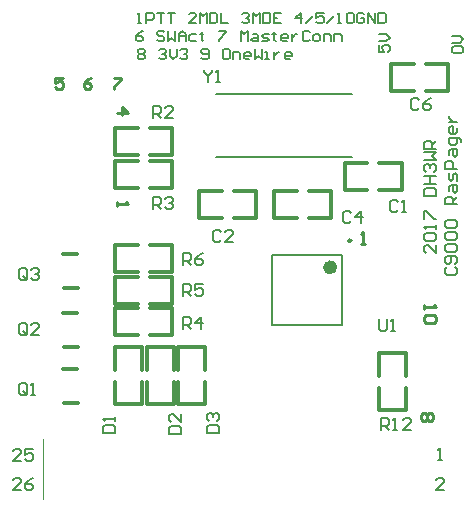
<source format=gto>
G04 Layer_Color=65535*
%FSLAX44Y44*%
%MOMM*%
G71*
G01*
G75*
%ADD17C,0.2540*%
%ADD20C,0.6000*%
%ADD27C,0.2500*%
%ADD28C,0.3048*%
%ADD29C,0.0000*%
%ADD30C,0.2000*%
%ADD31C,0.2032*%
%ADD32C,0.1540*%
D17*
X1217930Y1090767D02*
X1224594D01*
Y1089101D01*
X1217930Y1082436D01*
Y1080770D01*
X1199194Y1090767D02*
X1195862Y1089101D01*
X1192530Y1085768D01*
Y1082436D01*
X1194196Y1080770D01*
X1197528D01*
X1199194Y1082436D01*
Y1084102D01*
X1197528Y1085768D01*
X1192530D01*
X1175064Y1090767D02*
X1168400D01*
Y1085768D01*
X1171732Y1087434D01*
X1173398D01*
X1175064Y1085768D01*
Y1082436D01*
X1173398Y1080770D01*
X1170066D01*
X1168400Y1082436D01*
X1220470Y1060532D02*
X1230467D01*
X1225468Y1065530D01*
Y1058866D01*
X1220470Y985520D02*
Y982188D01*
Y983854D01*
X1230467D01*
X1228801Y985520D01*
X1427480Y949960D02*
X1430812D01*
X1429146D01*
Y959957D01*
X1427480Y958291D01*
X1486611Y806450D02*
X1488277Y804784D01*
Y801452D01*
X1486611Y799786D01*
X1484944D01*
X1483278Y801452D01*
X1481612Y799786D01*
X1479946D01*
X1478280Y801452D01*
Y804784D01*
X1479946Y806450D01*
X1481612D01*
X1483278Y804784D01*
X1484944Y806450D01*
X1486611D01*
X1483278Y804784D02*
Y801452D01*
X1480820Y897890D02*
Y894558D01*
Y896224D01*
X1490817D01*
X1489151Y897890D01*
Y889559D02*
X1490817Y887893D01*
Y884561D01*
X1489151Y882895D01*
X1482486D01*
X1480820Y884561D01*
Y887893D01*
X1482486Y889559D01*
X1489151D01*
D20*
X1404260Y930090D02*
G03*
X1404260Y930090I-3000J0D01*
G01*
D27*
X1419260Y952590D02*
G03*
X1419260Y952590I-1250J0D01*
G01*
D28*
X1452880Y1079500D02*
Y1102360D01*
X1501140Y1079500D02*
Y1102360D01*
X1452880Y1079500D02*
X1471930D01*
X1452880Y1102360D02*
X1471930D01*
X1482090D02*
X1501140D01*
X1482090Y1079500D02*
X1501140D01*
X1219200Y1047750D02*
X1238250D01*
X1219200Y1024890D02*
X1238250D01*
X1248410D02*
X1267460D01*
X1248410Y1047750D02*
X1267460D01*
X1219200Y1024890D02*
Y1047750D01*
X1267460Y1024890D02*
Y1047750D01*
X1219200Y1019810D02*
X1238250D01*
X1219200Y996950D02*
X1238250D01*
X1248410D02*
X1267460D01*
X1248410Y1019810D02*
X1267460D01*
X1219200Y996950D02*
Y1019810D01*
X1267460Y996950D02*
Y1019810D01*
X1442720Y995680D02*
X1461770D01*
X1442720Y1018540D02*
X1461770D01*
X1413510D02*
X1432560D01*
X1413510Y995680D02*
X1432560D01*
X1461770D02*
Y1018540D01*
X1413510Y995680D02*
Y1018540D01*
X1290320Y994410D02*
X1309370D01*
X1290320Y971550D02*
X1309370D01*
X1319530D02*
X1338580D01*
X1319530Y994410D02*
X1338580D01*
X1290320Y971550D02*
Y994410D01*
X1338580Y971550D02*
Y994410D01*
X1383030Y971550D02*
X1402080D01*
X1383030Y994410D02*
X1402080D01*
X1353820D02*
X1372870D01*
X1353820Y971550D02*
X1372870D01*
X1402080D02*
Y994410D01*
X1353820Y971550D02*
Y994410D01*
X1248410Y872490D02*
X1267460D01*
X1248410Y895350D02*
X1267460D01*
X1219200D02*
X1238250D01*
X1219200Y872490D02*
X1238250D01*
X1267460D02*
Y895350D01*
X1219200Y872490D02*
Y895350D01*
X1248410Y899160D02*
X1267460D01*
X1248410Y922020D02*
X1267460D01*
X1219200D02*
X1238250D01*
X1219200Y899160D02*
X1238250D01*
X1267460D02*
Y922020D01*
X1219200Y899160D02*
Y922020D01*
X1248410Y925830D02*
X1267460D01*
X1248410Y948690D02*
X1267460D01*
X1219200D02*
X1238250D01*
X1219200Y925830D02*
X1238250D01*
X1267460D02*
Y948690D01*
X1219200Y925830D02*
Y948690D01*
X1175512Y844296D02*
X1186942D01*
X1176020Y815340D02*
X1187450D01*
X1175512Y891286D02*
X1186942D01*
X1176020Y862330D02*
X1187450D01*
X1175512Y941324D02*
X1186942D01*
X1176020Y912368D02*
X1187450D01*
X1295400Y843280D02*
Y862330D01*
X1272540Y843280D02*
Y862330D01*
Y814070D02*
Y833120D01*
X1295400Y814070D02*
Y833120D01*
X1272540Y862330D02*
X1295400D01*
X1272540Y814070D02*
X1295400D01*
X1268730Y843280D02*
Y862330D01*
X1245870Y843280D02*
Y862330D01*
Y814070D02*
Y833120D01*
X1268730Y814070D02*
Y833120D01*
X1245870Y862330D02*
X1268730D01*
X1245870Y814070D02*
X1268730D01*
X1242060Y843280D02*
Y862330D01*
X1219200Y843280D02*
Y862330D01*
Y814070D02*
Y833120D01*
X1242060Y814070D02*
Y833120D01*
X1219200Y862330D02*
X1242060D01*
X1219200Y814070D02*
X1242060D01*
X1465580Y838200D02*
Y857250D01*
X1442720Y838200D02*
Y857250D01*
Y808990D02*
Y828040D01*
X1465580Y808990D02*
Y828040D01*
X1442720Y857250D02*
X1465580D01*
X1442720Y808990D02*
X1465580D01*
D29*
X1158240Y734060D02*
Y784860D01*
D30*
X1352260Y881090D02*
Y940090D01*
X1411260Y881090D02*
Y940090D01*
X1352260Y881090D02*
X1411260D01*
X1352260Y940090D02*
X1411260D01*
X1304290Y1076960D02*
X1419860D01*
X1304290Y1023620D02*
X1419860D01*
D31*
X1476161Y1071454D02*
X1474468Y1073147D01*
X1471083D01*
X1469390Y1071454D01*
Y1064683D01*
X1471083Y1062990D01*
X1474468D01*
X1476161Y1064683D01*
X1486318Y1073147D02*
X1482932Y1071454D01*
X1479547Y1068068D01*
Y1064683D01*
X1481239Y1062990D01*
X1484625D01*
X1486318Y1064683D01*
Y1066376D01*
X1484625Y1068068D01*
X1479547D01*
X1250950Y1056640D02*
Y1066797D01*
X1256028D01*
X1257721Y1065104D01*
Y1061718D01*
X1256028Y1060026D01*
X1250950D01*
X1254336D02*
X1257721Y1056640D01*
X1267878D02*
X1261107D01*
X1267878Y1063411D01*
Y1065104D01*
X1266185Y1066797D01*
X1262800D01*
X1261107Y1065104D01*
X1250950Y979170D02*
Y989327D01*
X1256028D01*
X1257721Y987634D01*
Y984248D01*
X1256028Y982556D01*
X1250950D01*
X1254336D02*
X1257721Y979170D01*
X1261107Y987634D02*
X1262800Y989327D01*
X1266185D01*
X1267878Y987634D01*
Y985941D01*
X1266185Y984248D01*
X1264492D01*
X1266185D01*
X1267878Y982556D01*
Y980863D01*
X1266185Y979170D01*
X1262800D01*
X1261107Y980863D01*
X1264923Y788670D02*
X1275080D01*
Y793748D01*
X1273387Y795441D01*
X1266616D01*
X1264923Y793748D01*
Y788670D01*
X1275080Y805598D02*
Y798827D01*
X1268309Y805598D01*
X1266616D01*
X1264923Y803905D01*
Y800519D01*
X1266616Y798827D01*
X1296673Y789940D02*
X1306830D01*
Y795018D01*
X1305137Y796711D01*
X1298366D01*
X1296673Y795018D01*
Y789940D01*
X1298366Y800097D02*
X1296673Y801789D01*
Y805175D01*
X1298366Y806868D01*
X1300059D01*
X1301752Y805175D01*
Y803482D01*
Y805175D01*
X1303444Y806868D01*
X1305137D01*
X1306830Y805175D01*
Y801789D01*
X1305137Y800097D01*
X1458381Y985094D02*
X1456688Y986787D01*
X1453303D01*
X1451610Y985094D01*
Y978323D01*
X1453303Y976630D01*
X1456688D01*
X1458381Y978323D01*
X1461767Y976630D02*
X1465152D01*
X1463459D01*
Y986787D01*
X1461767Y985094D01*
X1308521Y959694D02*
X1306828Y961387D01*
X1303443D01*
X1301750Y959694D01*
Y952923D01*
X1303443Y951230D01*
X1306828D01*
X1308521Y952923D01*
X1318678Y951230D02*
X1311907D01*
X1318678Y958001D01*
Y959694D01*
X1316985Y961387D01*
X1313600D01*
X1311907Y959694D01*
X1419011Y976204D02*
X1417318Y977897D01*
X1413933D01*
X1412240Y976204D01*
Y969433D01*
X1413933Y967740D01*
X1417318D01*
X1419011Y969433D01*
X1427475Y967740D02*
Y977897D01*
X1422397Y972818D01*
X1429168D01*
X1276350Y877570D02*
Y887727D01*
X1281428D01*
X1283121Y886034D01*
Y882648D01*
X1281428Y880956D01*
X1276350D01*
X1279736D02*
X1283121Y877570D01*
X1291585D02*
Y887727D01*
X1286507Y882648D01*
X1293278D01*
X1276350Y905510D02*
Y915667D01*
X1281428D01*
X1283121Y913974D01*
Y910588D01*
X1281428Y908896D01*
X1276350D01*
X1279736D02*
X1283121Y905510D01*
X1293278Y915667D02*
X1286507D01*
Y910588D01*
X1289892Y912281D01*
X1291585D01*
X1293278Y910588D01*
Y907203D01*
X1291585Y905510D01*
X1288199D01*
X1286507Y907203D01*
X1276350Y932180D02*
Y942337D01*
X1281428D01*
X1283121Y940644D01*
Y937258D01*
X1281428Y935566D01*
X1276350D01*
X1279736D02*
X1283121Y932180D01*
X1293278Y942337D02*
X1289892Y940644D01*
X1286507Y937258D01*
Y933873D01*
X1288199Y932180D01*
X1291585D01*
X1293278Y933873D01*
Y935566D01*
X1291585Y937258D01*
X1286507D01*
X1442720Y886457D02*
Y877993D01*
X1444413Y876300D01*
X1447798D01*
X1449491Y877993D01*
Y886457D01*
X1452877Y876300D02*
X1456262D01*
X1454570D01*
Y886457D01*
X1452877Y884764D01*
X1144691Y823383D02*
Y830154D01*
X1142998Y831847D01*
X1139613D01*
X1137920Y830154D01*
Y823383D01*
X1139613Y821690D01*
X1142998D01*
X1141306Y825076D02*
X1144691Y821690D01*
X1142998D02*
X1144691Y823383D01*
X1148077Y821690D02*
X1151462D01*
X1149770D01*
Y831847D01*
X1148077Y830154D01*
X1144693Y874183D02*
Y880954D01*
X1143000Y882647D01*
X1139614D01*
X1137922Y880954D01*
Y874183D01*
X1139614Y872490D01*
X1143000D01*
X1141307Y875876D02*
X1144693Y872490D01*
X1143000D02*
X1144693Y874183D01*
X1154849Y872490D02*
X1148078D01*
X1154849Y879261D01*
Y880954D01*
X1153157Y882647D01*
X1149771D01*
X1148078Y880954D01*
X1144693Y921173D02*
Y927944D01*
X1143000Y929637D01*
X1139614D01*
X1137922Y927944D01*
Y921173D01*
X1139614Y919480D01*
X1143000D01*
X1141307Y922866D02*
X1144693Y919480D01*
X1143000D02*
X1144693Y921173D01*
X1148078Y927944D02*
X1149771Y929637D01*
X1153157D01*
X1154849Y927944D01*
Y926251D01*
X1153157Y924558D01*
X1151464D01*
X1153157D01*
X1154849Y922866D01*
Y921173D01*
X1153157Y919480D01*
X1149771D01*
X1148078Y921173D01*
X1294130Y1097277D02*
Y1095584D01*
X1297516Y1092198D01*
X1300901Y1095584D01*
Y1097277D01*
X1297516Y1092198D02*
Y1087120D01*
X1304287D02*
X1307672D01*
X1305979D01*
Y1097277D01*
X1304287Y1095584D01*
X1443990Y792480D02*
Y802637D01*
X1449068D01*
X1450761Y800944D01*
Y797558D01*
X1449068Y795866D01*
X1443990D01*
X1447376D02*
X1450761Y792480D01*
X1454147D02*
X1457532D01*
X1455840D01*
Y802637D01*
X1454147Y800944D01*
X1469382Y792480D02*
X1462611D01*
X1469382Y799251D01*
Y800944D01*
X1467689Y802637D01*
X1464303D01*
X1462611Y800944D01*
X1209043Y789940D02*
X1219200D01*
Y795018D01*
X1217507Y796711D01*
X1210736D01*
X1209043Y795018D01*
Y789940D01*
X1219200Y800097D02*
Y803482D01*
Y801789D01*
X1209043D01*
X1210736Y800097D01*
X1139151Y765810D02*
X1132380D01*
X1139151Y772581D01*
Y774274D01*
X1137458Y775967D01*
X1134073D01*
X1132380Y774274D01*
X1149308Y775967D02*
X1142537D01*
Y770888D01*
X1145922Y772581D01*
X1147615D01*
X1149308Y770888D01*
Y767503D01*
X1147615Y765810D01*
X1144230D01*
X1142537Y767503D01*
X1497751Y741680D02*
X1490980D01*
X1497751Y748451D01*
Y750144D01*
X1496058Y751837D01*
X1492673D01*
X1490980Y750144D01*
X1492250Y767080D02*
X1495636D01*
X1493943D01*
Y777237D01*
X1492250Y775544D01*
X1139151Y741680D02*
X1132380D01*
X1139151Y748451D01*
Y750144D01*
X1137458Y751837D01*
X1134073D01*
X1132380Y750144D01*
X1149308Y751837D02*
X1145922Y750144D01*
X1142537Y746758D01*
Y743373D01*
X1144230Y741680D01*
X1147615D01*
X1149308Y743373D01*
Y745066D01*
X1147615Y746758D01*
X1142537D01*
D32*
X1506342Y1111250D02*
X1504843Y1112749D01*
Y1115749D01*
X1506342Y1117248D01*
X1512341D01*
X1513840Y1115749D01*
Y1112749D01*
X1512341Y1111250D01*
X1506342D01*
X1504843Y1120247D02*
X1510841D01*
X1513840Y1123246D01*
X1510841Y1126245D01*
X1504843D01*
X1442613Y1118518D02*
Y1112520D01*
X1447112D01*
X1445612Y1115519D01*
Y1117019D01*
X1447112Y1118518D01*
X1450110D01*
X1451610Y1117019D01*
Y1114019D01*
X1450110Y1112520D01*
X1442613Y1121517D02*
X1448611D01*
X1451610Y1124516D01*
X1448611Y1127515D01*
X1442613D01*
X1242978Y1130407D02*
X1239979Y1128908D01*
X1236980Y1125909D01*
Y1122909D01*
X1238480Y1121410D01*
X1241479D01*
X1242978Y1122909D01*
Y1124409D01*
X1241479Y1125909D01*
X1236980D01*
X1260972Y1128908D02*
X1259473Y1130407D01*
X1256474D01*
X1254974Y1128908D01*
Y1127408D01*
X1256474Y1125909D01*
X1259473D01*
X1260972Y1124409D01*
Y1122909D01*
X1259473Y1121410D01*
X1256474D01*
X1254974Y1122909D01*
X1263971Y1130407D02*
Y1121410D01*
X1266970Y1124409D01*
X1269969Y1121410D01*
Y1130407D01*
X1272968Y1121410D02*
Y1127408D01*
X1275967Y1130407D01*
X1278966Y1127408D01*
Y1121410D01*
Y1125909D01*
X1272968D01*
X1287964Y1127408D02*
X1283465D01*
X1281965Y1125909D01*
Y1122909D01*
X1283465Y1121410D01*
X1287964D01*
X1292462Y1128908D02*
Y1127408D01*
X1290963D01*
X1293961D01*
X1292462D01*
Y1122909D01*
X1293961Y1121410D01*
X1307457Y1130407D02*
X1313455D01*
Y1128908D01*
X1307457Y1122909D01*
Y1121410D01*
X1325451D02*
Y1130407D01*
X1328450Y1127408D01*
X1331449Y1130407D01*
Y1121410D01*
X1335948Y1127408D02*
X1338947D01*
X1340446Y1125909D01*
Y1121410D01*
X1335948D01*
X1334448Y1122909D01*
X1335948Y1124409D01*
X1340446D01*
X1343445Y1121410D02*
X1347944D01*
X1349444Y1122909D01*
X1347944Y1124409D01*
X1344945D01*
X1343445Y1125909D01*
X1344945Y1127408D01*
X1349444D01*
X1353942Y1128908D02*
Y1127408D01*
X1352443D01*
X1355442D01*
X1353942D01*
Y1122909D01*
X1355442Y1121410D01*
X1364439D02*
X1361440D01*
X1359940Y1122909D01*
Y1125909D01*
X1361440Y1127408D01*
X1364439D01*
X1365938Y1125909D01*
Y1124409D01*
X1359940D01*
X1368937Y1127408D02*
Y1121410D01*
Y1124409D01*
X1370437Y1125909D01*
X1371936Y1127408D01*
X1373436D01*
X1383932Y1128908D02*
X1382433Y1130407D01*
X1379434D01*
X1377934Y1128908D01*
Y1122909D01*
X1379434Y1121410D01*
X1382433D01*
X1383932Y1122909D01*
X1388431Y1121410D02*
X1391430D01*
X1392930Y1122909D01*
Y1125909D01*
X1391430Y1127408D01*
X1388431D01*
X1386931Y1125909D01*
Y1122909D01*
X1388431Y1121410D01*
X1395928D02*
Y1127408D01*
X1400427D01*
X1401927Y1125909D01*
Y1121410D01*
X1404926D02*
Y1127408D01*
X1409424D01*
X1410924Y1125909D01*
Y1121410D01*
X1238250Y1136650D02*
X1241249D01*
X1239750D01*
Y1145647D01*
X1238250Y1144148D01*
X1245748Y1136650D02*
Y1145647D01*
X1250246D01*
X1251746Y1144148D01*
Y1141149D01*
X1250246Y1139649D01*
X1245748D01*
X1254745Y1145647D02*
X1260743D01*
X1257744D01*
Y1136650D01*
X1263742Y1145647D02*
X1269740D01*
X1266741D01*
Y1136650D01*
X1287734D02*
X1281736D01*
X1287734Y1142648D01*
Y1144148D01*
X1286234Y1145647D01*
X1283235D01*
X1281736Y1144148D01*
X1290733Y1136650D02*
Y1145647D01*
X1293732Y1142648D01*
X1296731Y1145647D01*
Y1136650D01*
X1299730Y1145647D02*
Y1136650D01*
X1304229D01*
X1305728Y1138149D01*
Y1144148D01*
X1304229Y1145647D01*
X1299730D01*
X1308727D02*
Y1136650D01*
X1314725D01*
X1326721Y1144148D02*
X1328221Y1145647D01*
X1331220D01*
X1332719Y1144148D01*
Y1142648D01*
X1331220Y1141149D01*
X1329720D01*
X1331220D01*
X1332719Y1139649D01*
Y1138149D01*
X1331220Y1136650D01*
X1328221D01*
X1326721Y1138149D01*
X1335718Y1136650D02*
Y1145647D01*
X1338717Y1142648D01*
X1341716Y1145647D01*
Y1136650D01*
X1344716Y1145647D02*
Y1136650D01*
X1349214D01*
X1350714Y1138149D01*
Y1144148D01*
X1349214Y1145647D01*
X1344716D01*
X1359711D02*
X1353713D01*
Y1136650D01*
X1359711D01*
X1353713Y1141149D02*
X1356712D01*
X1376205Y1136650D02*
Y1145647D01*
X1371707Y1141149D01*
X1377705D01*
X1380704Y1136650D02*
X1386702Y1142648D01*
X1395699Y1145647D02*
X1389701D01*
Y1141149D01*
X1392700Y1142648D01*
X1394200D01*
X1395699Y1141149D01*
Y1138149D01*
X1394200Y1136650D01*
X1391201D01*
X1389701Y1138149D01*
X1398698Y1136650D02*
X1404696Y1142648D01*
X1407695Y1136650D02*
X1410694D01*
X1409195D01*
Y1145647D01*
X1407695Y1144148D01*
X1415193D02*
X1416692Y1145647D01*
X1419691D01*
X1421191Y1144148D01*
Y1138149D01*
X1419691Y1136650D01*
X1416692D01*
X1415193Y1138149D01*
Y1144148D01*
X1430188D02*
X1428688Y1145647D01*
X1425689D01*
X1424190Y1144148D01*
Y1138149D01*
X1425689Y1136650D01*
X1428688D01*
X1430188Y1138149D01*
Y1141149D01*
X1427189D01*
X1433187Y1136650D02*
Y1145647D01*
X1439185Y1136650D01*
Y1145647D01*
X1442184D02*
Y1136650D01*
X1446682D01*
X1448182Y1138149D01*
Y1144148D01*
X1446682Y1145647D01*
X1442184D01*
X1490980Y949005D02*
Y942340D01*
X1484315Y949005D01*
X1482649D01*
X1480983Y947338D01*
Y944006D01*
X1482649Y942340D01*
Y952337D02*
X1480983Y954003D01*
Y957335D01*
X1482649Y959001D01*
X1489314D01*
X1490980Y957335D01*
Y954003D01*
X1489314Y952337D01*
X1482649D01*
X1490980Y962334D02*
Y965666D01*
Y964000D01*
X1480983D01*
X1482649Y962334D01*
X1480983Y970664D02*
Y977329D01*
X1482649D01*
X1489314Y970664D01*
X1490980D01*
X1480983Y990658D02*
X1490980D01*
Y995656D01*
X1489314Y997322D01*
X1482649D01*
X1480983Y995656D01*
Y990658D01*
Y1000655D02*
X1490980D01*
X1485982D01*
Y1007319D01*
X1480983D01*
X1490980D01*
X1482649Y1010651D02*
X1480983Y1012318D01*
Y1015650D01*
X1482649Y1017316D01*
X1484315D01*
X1485982Y1015650D01*
Y1013984D01*
Y1015650D01*
X1487648Y1017316D01*
X1489314D01*
X1490980Y1015650D01*
Y1012318D01*
X1489314Y1010651D01*
X1480983Y1020648D02*
X1490980D01*
X1487648Y1023980D01*
X1490980Y1027313D01*
X1480983D01*
X1490980Y1030645D02*
X1480983D01*
Y1035643D01*
X1482649Y1037309D01*
X1485982D01*
X1487648Y1035643D01*
Y1030645D01*
Y1033977D02*
X1490980Y1037309D01*
X1500429Y929955D02*
X1498763Y928288D01*
Y924956D01*
X1500429Y923290D01*
X1507094D01*
X1508760Y924956D01*
Y928288D01*
X1507094Y929955D01*
Y933287D02*
X1508760Y934953D01*
Y938285D01*
X1507094Y939951D01*
X1500429D01*
X1498763Y938285D01*
Y934953D01*
X1500429Y933287D01*
X1502095D01*
X1503762Y934953D01*
Y939951D01*
X1500429Y943284D02*
X1498763Y944950D01*
Y948282D01*
X1500429Y949948D01*
X1507094D01*
X1508760Y948282D01*
Y944950D01*
X1507094Y943284D01*
X1500429D01*
Y953280D02*
X1498763Y954947D01*
Y958279D01*
X1500429Y959945D01*
X1507094D01*
X1508760Y958279D01*
Y954947D01*
X1507094Y953280D01*
X1500429D01*
Y963277D02*
X1498763Y964943D01*
Y968276D01*
X1500429Y969942D01*
X1507094D01*
X1508760Y968276D01*
Y964943D01*
X1507094Y963277D01*
X1500429D01*
X1508760Y983271D02*
X1498763D01*
Y988269D01*
X1500429Y989935D01*
X1503762D01*
X1505428Y988269D01*
Y983271D01*
Y986603D02*
X1508760Y989935D01*
X1502095Y994934D02*
Y998266D01*
X1503762Y999932D01*
X1508760D01*
Y994934D01*
X1507094Y993268D01*
X1505428Y994934D01*
Y999932D01*
X1508760Y1003264D02*
Y1008263D01*
X1507094Y1009929D01*
X1505428Y1008263D01*
Y1004930D01*
X1503762Y1003264D01*
X1502095Y1004930D01*
Y1009929D01*
X1508760Y1013261D02*
X1498763D01*
Y1018259D01*
X1500429Y1019926D01*
X1503762D01*
X1505428Y1018259D01*
Y1013261D01*
X1502095Y1024924D02*
Y1028256D01*
X1503762Y1029922D01*
X1508760D01*
Y1024924D01*
X1507094Y1023258D01*
X1505428Y1024924D01*
Y1029922D01*
X1512092Y1036587D02*
Y1038253D01*
X1510426Y1039919D01*
X1502095D01*
Y1034921D01*
X1503762Y1033255D01*
X1507094D01*
X1508760Y1034921D01*
Y1039919D01*
Y1048250D02*
Y1044918D01*
X1507094Y1043251D01*
X1503762D01*
X1502095Y1044918D01*
Y1048250D01*
X1503762Y1049916D01*
X1505428D01*
Y1043251D01*
X1502095Y1053248D02*
X1508760D01*
X1505428D01*
X1503762Y1054914D01*
X1502095Y1056580D01*
Y1058247D01*
X1238357Y1113668D02*
X1239857Y1115167D01*
X1242856D01*
X1244355Y1113668D01*
Y1112168D01*
X1242856Y1110668D01*
X1244355Y1109169D01*
Y1107670D01*
X1242856Y1106170D01*
X1239857D01*
X1238357Y1107670D01*
Y1109169D01*
X1239857Y1110668D01*
X1238357Y1112168D01*
Y1113668D01*
X1239857Y1110668D02*
X1242856D01*
X1256351Y1113668D02*
X1257851Y1115167D01*
X1260850D01*
X1262349Y1113668D01*
Y1112168D01*
X1260850Y1110668D01*
X1259350D01*
X1260850D01*
X1262349Y1109169D01*
Y1107670D01*
X1260850Y1106170D01*
X1257851D01*
X1256351Y1107670D01*
X1265348Y1115167D02*
Y1109169D01*
X1268347Y1106170D01*
X1271346Y1109169D01*
Y1115167D01*
X1274345Y1113668D02*
X1275845Y1115167D01*
X1278844D01*
X1280343Y1113668D01*
Y1112168D01*
X1278844Y1110668D01*
X1277345D01*
X1278844D01*
X1280343Y1109169D01*
Y1107670D01*
X1278844Y1106170D01*
X1275845D01*
X1274345Y1107670D01*
X1292340D02*
X1293839Y1106170D01*
X1296838D01*
X1298338Y1107670D01*
Y1113668D01*
X1296838Y1115167D01*
X1293839D01*
X1292340Y1113668D01*
Y1112168D01*
X1293839Y1110668D01*
X1298338D01*
X1314832Y1115167D02*
X1311833D01*
X1310334Y1113668D01*
Y1107670D01*
X1311833Y1106170D01*
X1314832D01*
X1316332Y1107670D01*
Y1113668D01*
X1314832Y1115167D01*
X1319331Y1106170D02*
Y1112168D01*
X1323829D01*
X1325329Y1110668D01*
Y1106170D01*
X1332827D02*
X1329828D01*
X1328328Y1107670D01*
Y1110668D01*
X1329828Y1112168D01*
X1332827D01*
X1334326Y1110668D01*
Y1109169D01*
X1328328D01*
X1337325Y1115167D02*
Y1106170D01*
X1340324Y1109169D01*
X1343323Y1106170D01*
Y1115167D01*
X1346322Y1106170D02*
X1349321D01*
X1347822D01*
Y1112168D01*
X1346322D01*
X1353820D02*
Y1106170D01*
Y1109169D01*
X1355319Y1110668D01*
X1356819Y1112168D01*
X1358318D01*
X1367315Y1106170D02*
X1364316D01*
X1362817Y1107670D01*
Y1110668D01*
X1364316Y1112168D01*
X1367315D01*
X1368815Y1110668D01*
Y1109169D01*
X1362817D01*
M02*

</source>
